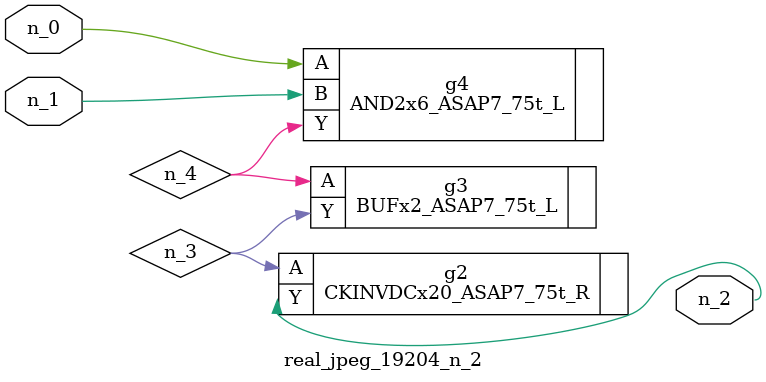
<source format=v>
module real_jpeg_19204_n_2 (n_1, n_0, n_2);

input n_1;
input n_0;

output n_2;

wire n_4;
wire n_3;

AND2x6_ASAP7_75t_L g4 ( 
.A(n_0),
.B(n_1),
.Y(n_4)
);

CKINVDCx20_ASAP7_75t_R g2 ( 
.A(n_3),
.Y(n_2)
);

BUFx2_ASAP7_75t_L g3 ( 
.A(n_4),
.Y(n_3)
);


endmodule
</source>
